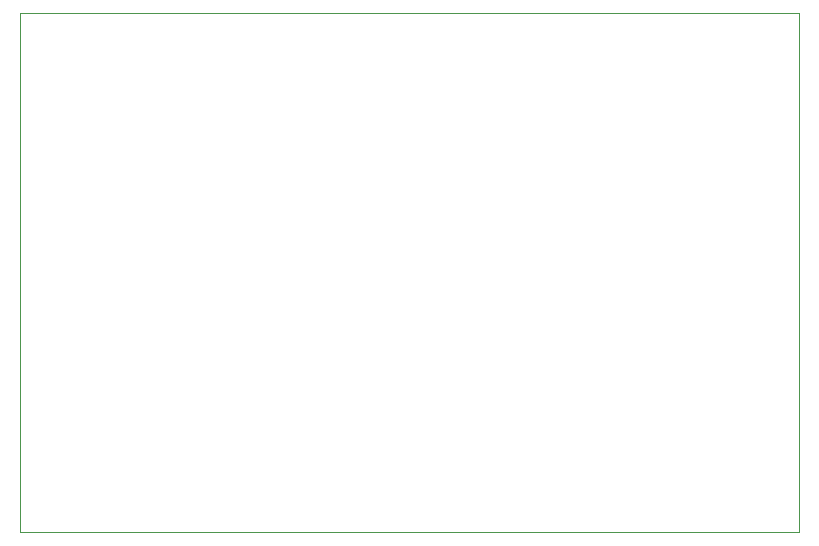
<source format=gm1>
G04 #@! TF.GenerationSoftware,KiCad,Pcbnew,8.0.0*
G04 #@! TF.CreationDate,2024-04-09T17:42:43-05:00*
G04 #@! TF.ProjectId,esp32_example,65737033-325f-4657-9861-6d706c652e6b,rev?*
G04 #@! TF.SameCoordinates,Original*
G04 #@! TF.FileFunction,Profile,NP*
%FSLAX46Y46*%
G04 Gerber Fmt 4.6, Leading zero omitted, Abs format (unit mm)*
G04 Created by KiCad (PCBNEW 8.0.0) date 2024-04-09 17:42:43*
%MOMM*%
%LPD*%
G01*
G04 APERTURE LIST*
G04 #@! TA.AperFunction,Profile*
%ADD10C,0.100000*%
G04 #@! TD*
G04 APERTURE END LIST*
D10*
X163340000Y-37970000D02*
X229290000Y-37970000D01*
X229290000Y-81950000D01*
X163340000Y-81950000D01*
X163340000Y-37970000D01*
M02*

</source>
